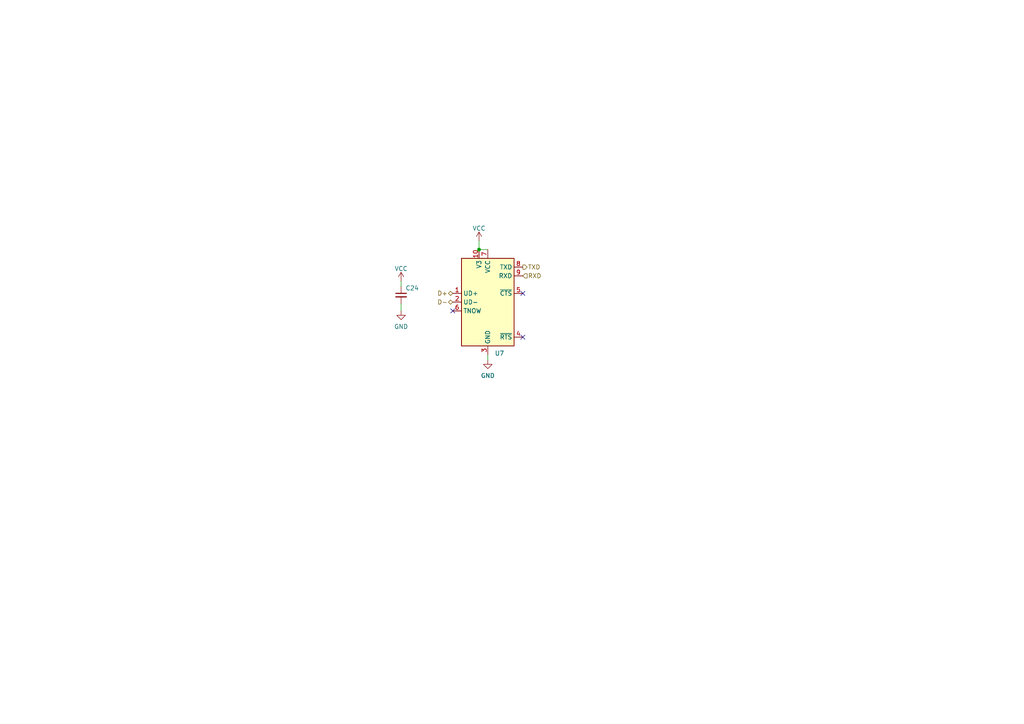
<source format=kicad_sch>
(kicad_sch (version 20211123) (generator eeschema)
  (paper "A4")
  (lib_symbols
    (symbol "Device:C_Small" (pin_numbers hide) (pin_names (offset 0.254) hide)
      (property "Reference" "C" (at 0.254 1.778 0))
      (property "Value" "C_Small" (at 0.254 -2.032 0))
      (symbol "C_Small_0_1"
        (polyline (pts (xy -1.524 -0.508) (xy 1.524 -0.508)) (stroke (width 0.3302)))
        (polyline (pts (xy -1.524 0.508) (xy 1.524 0.508)) (stroke (width 0.3048)))
      )
      (symbol "C_Small_1_1"
        (pin passive line (at 0 2.54 270) (length 2.032) (name "~") (number "1"))
        (pin passive line (at 0 -2.54 90) (length 2.032) (name "~") (number "2"))
      )
    )
    (symbol "Interface_USB:CH340E"
      (property "Reference" "U" (at -5.08 13.97 0))
      (property "Value" "CH340E" (at 1.27 13.97 0))
      (symbol "CH340E_0_1"
        (rectangle (start -7.62 12.7) (end 7.62 -12.7) (stroke (width 0.254)) (fill (type background)))
      )
      (symbol "CH340E_1_1"
        (pin bidirectional line (at -10.16 2.54 0) (length 2.54) (name "UD+") (number "1"))
        (pin passive line (at -2.54 15.24 270) (length 2.54) (name "V3") (number "10"))
        (pin bidirectional line (at -10.16 0 0) (length 2.54) (name "UD-") (number "2"))
        (pin power_in line (at 0 -15.24 90) (length 2.54) (name "GND") (number "3"))
        (pin output line (at 10.16 -10.16 180) (length 2.54) (name "~{RTS}") (number "4"))
        (pin input line (at 10.16 2.54 180) (length 2.54) (name "~{CTS}") (number "5"))
        (pin output line (at -10.16 -2.54 0) (length 2.54) (name "TNOW") (number "6"))
        (pin power_in line (at 0 15.24 270) (length 2.54) (name "VCC") (number "7"))
        (pin output line (at 10.16 10.16 180) (length 2.54) (name "TXD") (number "8"))
        (pin input line (at 10.16 7.62 180) (length 2.54) (name "RXD") (number "9"))
      )
    )
    (symbol "power:GND" (power) (pin_names (offset 0))
      (property "Value" "GND" (at 0 -3.81 0))
      (symbol "GND_0_1"
        (polyline (pts (xy 0 0) (xy 0 -1.27) (xy 1.27 -1.27) (xy 0 -2.54) (xy -1.27 -1.27) (xy 0 -1.27)))
      )
      (symbol "GND_1_1"
        (pin power_in line (at 0 0 270) (length 0) hide (name "GND") (number "1"))
      )
    )
    (symbol "power:VCC" (power) (pin_names (offset 0))
      (property "Value" "VCC" (at 0 3.81 0))
      (symbol "VCC_0_1"
        (polyline (pts (xy -0.762 1.27) (xy 0 2.54)))
        (polyline (pts (xy 0 0) (xy 0 2.54)))
        (polyline (pts (xy 0 2.54) (xy 0.762 1.27)))
      )
      (symbol "VCC_1_1"
        (pin power_in line (at 0 0 90) (length 0) hide (name "VCC") (number "1"))
      )
    )
  )
  (junction (at 138.938 72.39))
  (no_connect (at 151.638 85.09))
  (no_connect (at 151.638 97.79))
  (no_connect (at 131.318 90.17))
  (wire (pts (xy 138.938 72.39) (xy 141.478 72.39)))
  (wire (pts (xy 138.938 69.85) (xy 138.938 72.39)))
  (wire (pts (xy 116.332 88.138) (xy 116.332 90.17)))
  (wire (pts (xy 141.478 102.87) (xy 141.478 104.394)))
  (wire (pts (xy 116.332 81.534) (xy 116.332 83.058)))
  (hierarchical_label "D-" (shape bidirectional) (at 131.318 87.63 180))
  (hierarchical_label "RXD" (shape input) (at 151.638 80.01 0))
  (hierarchical_label "D+" (shape bidirectional) (at 131.318 85.09 180))
  (hierarchical_label "TXD" (shape output) (at 151.638 77.47 0))
  (symbol (lib_id "Device:C_Small") (at 116.332 85.598 0) (mirror y) (unit 1)
    (property "Reference" "C24" (at 117.602 83.566 0) (effects (justify right)))
  )
  (symbol (lib_id "power:GND") (at 116.332 90.17 0) (unit 1)
    (property "Reference" "#PWR075" (effects hide))
  )
  (symbol (lib_id "Interface_USB:CH340E") (at 141.478 87.63 0) (unit 1)
    (property "Reference" "U7" (at 143.4974 102.4795 0) (effects (justify left)))
    (property "Datasheet" "https://www.mpja.com/download/35227cpdata.pdf" (effects hide))
  )
  (symbol (lib_id "power:VCC") (at 116.332 81.534 0) (unit 1)
    (property "Reference" "#PWR074" (effects hide))
  )
  (symbol (lib_id "power:GND") (at 141.478 104.394 0) (unit 1)
    (property "Reference" "#PWR076" (effects hide))
  )
  (symbol (lib_id "power:VCC") (at 138.938 69.85 0) (unit 1)
    (property "Reference" "#PWR073" (effects hide))
  )
)
</source>
